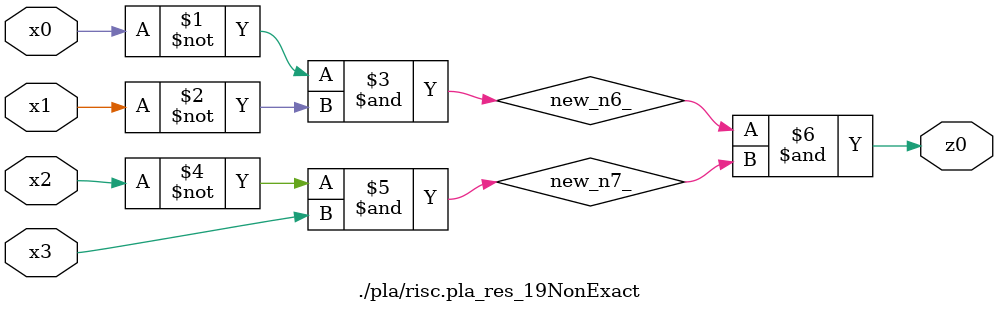
<source format=v>

module \./pla/risc.pla_res_19NonExact  ( 
    x0, x1, x2, x3,
    z0  );
  input  x0, x1, x2, x3;
  output z0;
  wire new_n6_, new_n7_;
  assign new_n6_ = ~x0 & ~x1;
  assign new_n7_ = ~x2 & x3;
  assign z0 = new_n6_ & new_n7_;
endmodule



</source>
